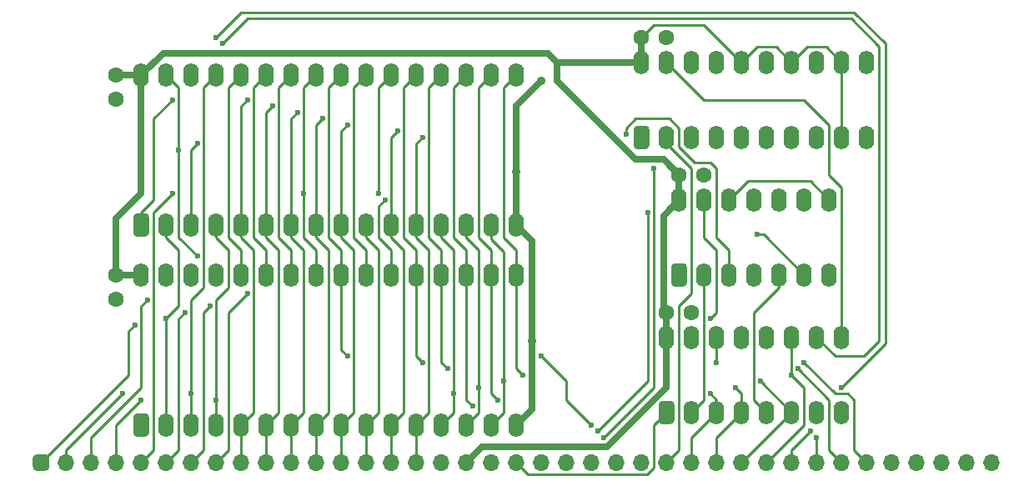
<source format=gbr>
%TF.GenerationSoftware,KiCad,Pcbnew,(5.1.9)-1*%
%TF.CreationDate,2021-02-14T12:44:59-08:00*%
%TF.ProjectId,rc-640k,72632d36-3430-46b2-9e6b-696361645f70,rev?*%
%TF.SameCoordinates,PX9157080PY9071968*%
%TF.FileFunction,Copper,L1,Top*%
%TF.FilePolarity,Positive*%
%FSLAX46Y46*%
G04 Gerber Fmt 4.6, Leading zero omitted, Abs format (unit mm)*
G04 Created by KiCad (PCBNEW (5.1.9)-1) date 2021-02-14 12:44:59*
%MOMM*%
%LPD*%
G01*
G04 APERTURE LIST*
%TA.AperFunction,ComponentPad*%
%ADD10O,1.700000X1.700000*%
%TD*%
%TA.AperFunction,ComponentPad*%
%ADD11O,1.600000X2.400000*%
%TD*%
%TA.AperFunction,ComponentPad*%
%ADD12C,1.600000*%
%TD*%
%TA.AperFunction,ViaPad*%
%ADD13C,0.900000*%
%TD*%
%TA.AperFunction,ViaPad*%
%ADD14C,0.600000*%
%TD*%
%TA.AperFunction,Conductor*%
%ADD15C,0.635000*%
%TD*%
%TA.AperFunction,Conductor*%
%ADD16C,0.254000*%
%TD*%
%TA.AperFunction,Conductor*%
%ADD17C,0.200000*%
%TD*%
G04 APERTURE END LIST*
D10*
%TO.P,J1,39*%
%TO.N,Net-(J1-Pad39)*%
X97790000Y1600200D03*
%TO.P,J1,38*%
%TO.N,Net-(J1-Pad38)*%
X95250000Y1600200D03*
%TO.P,J1,37*%
%TO.N,Net-(J1-Pad37)*%
X92710000Y1600200D03*
%TO.P,J1,36*%
%TO.N,Net-(J1-Pad36)*%
X90170000Y1600200D03*
%TO.P,J1,35*%
%TO.N,Net-(J1-Pad35)*%
X87630000Y1600200D03*
%TO.P,J1,34*%
%TO.N,D7*%
X85090000Y1600200D03*
%TO.P,J1,33*%
%TO.N,D6*%
X82550000Y1600200D03*
%TO.P,J1,32*%
%TO.N,D5*%
X80010000Y1600200D03*
%TO.P,J1,31*%
%TO.N,D4*%
X77470000Y1600200D03*
%TO.P,J1,30*%
%TO.N,D3*%
X74930000Y1600200D03*
%TO.P,J1,29*%
%TO.N,D2*%
X72390000Y1600200D03*
%TO.P,J1,28*%
%TO.N,D1*%
X69850000Y1600200D03*
%TO.P,J1,27*%
%TO.N,D0*%
X67310000Y1600200D03*
%TO.P,J1,26*%
%TO.N,~IOREQ*%
X64770000Y1600200D03*
%TO.P,J1,25*%
%TO.N,~RD*%
X62230000Y1600200D03*
%TO.P,J1,24*%
%TO.N,~WR*%
X59690000Y1600200D03*
%TO.P,J1,23*%
%TO.N,~MREQ*%
X57150000Y1600200D03*
%TO.P,J1,22*%
%TO.N,Net-(J1-Pad22)*%
X54610000Y1600200D03*
%TO.P,J1,21*%
%TO.N,Net-(J1-Pad21)*%
X52070000Y1600200D03*
%TO.P,J1,20*%
%TO.N,~RESET*%
X49530000Y1600200D03*
%TO.P,J1,19*%
%TO.N,Net-(J1-Pad19)*%
X46990000Y1600200D03*
%TO.P,J1,18*%
%TO.N,+5V*%
X44450000Y1600200D03*
%TO.P,J1,17*%
%TO.N,GND*%
X41910000Y1600200D03*
%TO.P,J1,16*%
%TO.N,A0*%
X39370000Y1600200D03*
%TO.P,J1,15*%
%TO.N,A1*%
X36830000Y1600200D03*
%TO.P,J1,14*%
%TO.N,A2*%
X34290000Y1600200D03*
%TO.P,J1,13*%
%TO.N,A3*%
X31750000Y1600200D03*
%TO.P,J1,12*%
%TO.N,A4*%
X29210000Y1600200D03*
%TO.P,J1,11*%
%TO.N,A5*%
X26670000Y1600200D03*
%TO.P,J1,10*%
%TO.N,A6*%
X24130000Y1600200D03*
%TO.P,J1,9*%
%TO.N,A7*%
X21590000Y1600200D03*
%TO.P,J1,8*%
%TO.N,A8*%
X19050000Y1600200D03*
%TO.P,J1,7*%
%TO.N,A9*%
X16510000Y1600200D03*
%TO.P,J1,6*%
%TO.N,A10*%
X13970000Y1600200D03*
%TO.P,J1,5*%
%TO.N,A11*%
X11430000Y1600200D03*
%TO.P,J1,4*%
%TO.N,A12*%
X8890000Y1600200D03*
%TO.P,J1,3*%
%TO.N,A13*%
X6350000Y1600200D03*
%TO.P,J1,2*%
%TO.N,A14*%
X3810000Y1600200D03*
%TO.P,J1,1*%
%TO.N,A15*%
%TA.AperFunction,ComponentPad*%
G36*
G01*
X1695000Y750200D02*
X845000Y750200D01*
G75*
G02*
X420000Y1175200I0J425000D01*
G01*
X420000Y2025200D01*
G75*
G02*
X845000Y2450200I425000J0D01*
G01*
X1695000Y2450200D01*
G75*
G02*
X2120000Y2025200I0J-425000D01*
G01*
X2120000Y1175200D01*
G75*
G02*
X1695000Y750200I-425000J0D01*
G01*
G37*
%TD.AperFunction*%
%TD*%
D11*
%TO.P,U5,14*%
%TO.N,+5V*%
X66040000Y28270200D03*
%TO.P,U5,7*%
%TO.N,GND*%
X81280000Y20650200D03*
%TO.P,U5,13*%
%TO.N,/~ROM_EN*%
X68580000Y28270200D03*
%TO.P,U5,6*%
%TO.N,MEM_A16*%
X78740000Y20650200D03*
%TO.P,U5,12*%
%TO.N,/~LMREQ*%
X71120000Y28270200D03*
%TO.P,U5,5*%
%TO.N,/MEM_A16'*%
X76200000Y20650200D03*
%TO.P,U5,11*%
%TO.N,~ROM_CS*%
X73660000Y28270200D03*
%TO.P,U5,4*%
%TO.N,A15*%
X73660000Y20650200D03*
%TO.P,U5,10*%
%TO.N,~MREQ*%
X76200000Y28270200D03*
%TO.P,U5,3*%
%TO.N,MEM_A15*%
X71120000Y20650200D03*
%TO.P,U5,9*%
%TO.N,A15*%
X78740000Y28270200D03*
%TO.P,U5,2*%
%TO.N,/MEM_A15'*%
X68580000Y20650200D03*
%TO.P,U5,8*%
%TO.N,/~LMREQ*%
X81280000Y28270200D03*
%TO.P,U5,1*%
%TO.N,A15*%
%TA.AperFunction,ComponentPad*%
G36*
G01*
X66440000Y19450200D02*
X65640000Y19450200D01*
G75*
G02*
X65240000Y19850200I0J400000D01*
G01*
X65240000Y21450200D01*
G75*
G02*
X65640000Y21850200I400000J0D01*
G01*
X66440000Y21850200D01*
G75*
G02*
X66840000Y21450200I0J-400000D01*
G01*
X66840000Y19850200D01*
G75*
G02*
X66440000Y19450200I-400000J0D01*
G01*
G37*
%TD.AperFunction*%
%TD*%
%TO.P,U1,32*%
%TO.N,+5V*%
X11430000Y40970200D03*
%TO.P,U1,16*%
%TO.N,GND*%
X49530000Y25730200D03*
%TO.P,U1,31*%
%TO.N,~WR*%
X13970000Y40970200D03*
%TO.P,U1,15*%
%TO.N,D2*%
X46990000Y25730200D03*
%TO.P,U1,30*%
%TO.N,MEM_A17*%
X16510000Y40970200D03*
%TO.P,U1,14*%
%TO.N,D1*%
X44450000Y25730200D03*
%TO.P,U1,29*%
%TO.N,A14*%
X19050000Y40970200D03*
%TO.P,U1,13*%
%TO.N,D0*%
X41910000Y25730200D03*
%TO.P,U1,28*%
%TO.N,A13*%
X21590000Y40970200D03*
%TO.P,U1,12*%
%TO.N,A0*%
X39370000Y25730200D03*
%TO.P,U1,27*%
%TO.N,A8*%
X24130000Y40970200D03*
%TO.P,U1,11*%
%TO.N,A1*%
X36830000Y25730200D03*
%TO.P,U1,26*%
%TO.N,A9*%
X26670000Y40970200D03*
%TO.P,U1,10*%
%TO.N,A2*%
X34290000Y25730200D03*
%TO.P,U1,25*%
%TO.N,A11*%
X29210000Y40970200D03*
%TO.P,U1,9*%
%TO.N,A3*%
X31750000Y25730200D03*
%TO.P,U1,24*%
%TO.N,~RD*%
X31750000Y40970200D03*
%TO.P,U1,8*%
%TO.N,A4*%
X29210000Y25730200D03*
%TO.P,U1,23*%
%TO.N,A10*%
X34290000Y40970200D03*
%TO.P,U1,7*%
%TO.N,A5*%
X26670000Y25730200D03*
%TO.P,U1,22*%
%TO.N,~ROM_CS*%
X36830000Y40970200D03*
%TO.P,U1,6*%
%TO.N,A6*%
X24130000Y25730200D03*
%TO.P,U1,21*%
%TO.N,D7*%
X39370000Y40970200D03*
%TO.P,U1,5*%
%TO.N,A7*%
X21590000Y25730200D03*
%TO.P,U1,20*%
%TO.N,D6*%
X41910000Y40970200D03*
%TO.P,U1,4*%
%TO.N,A12*%
X19050000Y25730200D03*
%TO.P,U1,19*%
%TO.N,D5*%
X44450000Y40970200D03*
%TO.P,U1,3*%
%TO.N,MEM_A15*%
X16510000Y25730200D03*
%TO.P,U1,18*%
%TO.N,D4*%
X46990000Y40970200D03*
%TO.P,U1,2*%
%TO.N,MEM_A16*%
X13970000Y25730200D03*
%TO.P,U1,17*%
%TO.N,D3*%
X49530000Y40970200D03*
%TO.P,U1,1*%
%TO.N,MEM_A18*%
%TA.AperFunction,ComponentPad*%
G36*
G01*
X11830000Y24530200D02*
X11030000Y24530200D01*
G75*
G02*
X10630000Y24930200I0J400000D01*
G01*
X10630000Y26530200D01*
G75*
G02*
X11030000Y26930200I400000J0D01*
G01*
X11830000Y26930200D01*
G75*
G02*
X12230000Y26530200I0J-400000D01*
G01*
X12230000Y24930200D01*
G75*
G02*
X11830000Y24530200I-400000J0D01*
G01*
G37*
%TD.AperFunction*%
%TD*%
%TO.P,U4,16*%
%TO.N,+5V*%
X64770000Y14300200D03*
%TO.P,U4,8*%
%TO.N,GND*%
X82550000Y6680200D03*
%TO.P,U4,15*%
%TO.N,/~ROM_EN*%
X67310000Y14300200D03*
%TO.P,U4,7*%
%TO.N,MEM_A17*%
X80010000Y6680200D03*
%TO.P,U4,14*%
%TO.N,D7*%
X69850000Y14300200D03*
%TO.P,U4,6*%
%TO.N,D2*%
X77470000Y6680200D03*
%TO.P,U4,13*%
%TO.N,GND*%
X72390000Y14300200D03*
%TO.P,U4,5*%
%TO.N,/MEM_A16'*%
X74930000Y6680200D03*
%TO.P,U4,12*%
%TO.N,Net-(U4-Pad12)*%
X74930000Y14300200D03*
%TO.P,U4,4*%
%TO.N,D1*%
X72390000Y6680200D03*
%TO.P,U4,11*%
%TO.N,D3*%
X77470000Y14300200D03*
%TO.P,U4,3*%
%TO.N,D0*%
X69850000Y6680200D03*
%TO.P,U4,10*%
%TO.N,MEM_A18*%
X80010000Y14300200D03*
%TO.P,U4,2*%
%TO.N,/MEM_A15'*%
X67310000Y6680200D03*
%TO.P,U4,9*%
%TO.N,/~CFG_CS*%
X82550000Y14300200D03*
%TO.P,U4,1*%
%TO.N,~RESET*%
%TA.AperFunction,ComponentPad*%
G36*
G01*
X65170000Y5480200D02*
X64370000Y5480200D01*
G75*
G02*
X63970000Y5880200I0J400000D01*
G01*
X63970000Y7480200D01*
G75*
G02*
X64370000Y7880200I400000J0D01*
G01*
X65170000Y7880200D01*
G75*
G02*
X65570000Y7480200I0J-400000D01*
G01*
X65570000Y5880200D01*
G75*
G02*
X65170000Y5480200I-400000J0D01*
G01*
G37*
%TD.AperFunction*%
%TD*%
%TO.P,U3,20*%
%TO.N,+5V*%
X62230000Y42240200D03*
%TO.P,U3,10*%
%TO.N,GND*%
X85090000Y34620200D03*
%TO.P,U3,19*%
%TO.N,/~CFG_CS*%
X64770000Y42240200D03*
%TO.P,U3,9*%
%TO.N,+5V*%
X82550000Y34620200D03*
%TO.P,U3,18*%
%TO.N,GND*%
X67310000Y42240200D03*
%TO.P,U3,8*%
%TO.N,A3*%
X80010000Y34620200D03*
%TO.P,U3,17*%
%TO.N,A7*%
X69850000Y42240200D03*
%TO.P,U3,7*%
%TO.N,GND*%
X77470000Y34620200D03*
%TO.P,U3,16*%
%TO.N,+5V*%
X72390000Y42240200D03*
%TO.P,U3,6*%
%TO.N,A1*%
X74930000Y34620200D03*
%TO.P,U3,15*%
%TO.N,A6*%
X74930000Y42240200D03*
%TO.P,U3,5*%
%TO.N,GND*%
X72390000Y34620200D03*
%TO.P,U3,14*%
%TO.N,+5V*%
X77470000Y42240200D03*
%TO.P,U3,4*%
%TO.N,A0*%
X69850000Y34620200D03*
%TO.P,U3,13*%
%TO.N,A5*%
X80010000Y42240200D03*
%TO.P,U3,3*%
%TO.N,GND*%
X67310000Y34620200D03*
%TO.P,U3,12*%
%TO.N,+5V*%
X82550000Y42240200D03*
%TO.P,U3,2*%
%TO.N,~IOREQ*%
X64770000Y34620200D03*
%TO.P,U3,11*%
%TO.N,A4*%
X85090000Y42240200D03*
%TO.P,U3,1*%
%TO.N,~WR*%
%TA.AperFunction,ComponentPad*%
G36*
G01*
X62630000Y33420200D02*
X61830000Y33420200D01*
G75*
G02*
X61430000Y33820200I0J400000D01*
G01*
X61430000Y35420200D01*
G75*
G02*
X61830000Y35820200I400000J0D01*
G01*
X62630000Y35820200D01*
G75*
G02*
X63030000Y35420200I0J-400000D01*
G01*
X63030000Y33820200D01*
G75*
G02*
X62630000Y33420200I-400000J0D01*
G01*
G37*
%TD.AperFunction*%
%TD*%
%TO.P,U2,32*%
%TO.N,+5V*%
X11430000Y20650200D03*
%TO.P,U2,16*%
%TO.N,GND*%
X49530000Y5410200D03*
%TO.P,U2,31*%
%TO.N,MEM_A15*%
X13970000Y20650200D03*
%TO.P,U2,15*%
%TO.N,D2*%
X46990000Y5410200D03*
%TO.P,U2,30*%
%TO.N,~ROM_CS*%
X16510000Y20650200D03*
%TO.P,U2,14*%
%TO.N,D1*%
X44450000Y5410200D03*
%TO.P,U2,29*%
%TO.N,~WR*%
X19050000Y20650200D03*
%TO.P,U2,13*%
%TO.N,D0*%
X41910000Y5410200D03*
%TO.P,U2,28*%
%TO.N,A13*%
X21590000Y20650200D03*
%TO.P,U2,12*%
%TO.N,A0*%
X39370000Y5410200D03*
%TO.P,U2,27*%
%TO.N,A8*%
X24130000Y20650200D03*
%TO.P,U2,11*%
%TO.N,A1*%
X36830000Y5410200D03*
%TO.P,U2,26*%
%TO.N,A9*%
X26670000Y20650200D03*
%TO.P,U2,10*%
%TO.N,A2*%
X34290000Y5410200D03*
%TO.P,U2,25*%
%TO.N,A11*%
X29210000Y20650200D03*
%TO.P,U2,9*%
%TO.N,A3*%
X31750000Y5410200D03*
%TO.P,U2,24*%
%TO.N,~RD*%
X31750000Y20650200D03*
%TO.P,U2,8*%
%TO.N,A4*%
X29210000Y5410200D03*
%TO.P,U2,23*%
%TO.N,A10*%
X34290000Y20650200D03*
%TO.P,U2,7*%
%TO.N,A5*%
X26670000Y5410200D03*
%TO.P,U2,22*%
%TO.N,~MREQ*%
X36830000Y20650200D03*
%TO.P,U2,6*%
%TO.N,A6*%
X24130000Y5410200D03*
%TO.P,U2,21*%
%TO.N,D7*%
X39370000Y20650200D03*
%TO.P,U2,5*%
%TO.N,A7*%
X21590000Y5410200D03*
%TO.P,U2,20*%
%TO.N,D6*%
X41910000Y20650200D03*
%TO.P,U2,4*%
%TO.N,A12*%
X19050000Y5410200D03*
%TO.P,U2,19*%
%TO.N,D5*%
X44450000Y20650200D03*
%TO.P,U2,3*%
%TO.N,A14*%
X16510000Y5410200D03*
%TO.P,U2,18*%
%TO.N,D4*%
X46990000Y20650200D03*
%TO.P,U2,2*%
%TO.N,MEM_A16*%
X13970000Y5410200D03*
%TO.P,U2,17*%
%TO.N,D3*%
X49530000Y20650200D03*
%TO.P,U2,1*%
%TO.N,Net-(U2-Pad1)*%
%TA.AperFunction,ComponentPad*%
G36*
G01*
X11830000Y4210200D02*
X11030000Y4210200D01*
G75*
G02*
X10630000Y4610200I0J400000D01*
G01*
X10630000Y6210200D01*
G75*
G02*
X11030000Y6610200I400000J0D01*
G01*
X11830000Y6610200D01*
G75*
G02*
X12230000Y6210200I0J-400000D01*
G01*
X12230000Y4610200D01*
G75*
G02*
X11830000Y4210200I-400000J0D01*
G01*
G37*
%TD.AperFunction*%
%TD*%
D12*
%TO.P,C5,2*%
%TO.N,+5V*%
X66040000Y30810200D03*
%TO.P,C5,1*%
%TO.N,GND*%
X68540000Y30810200D03*
%TD*%
%TO.P,C4,2*%
%TO.N,+5V*%
X64770000Y16840200D03*
%TO.P,C4,1*%
%TO.N,GND*%
X67270000Y16840200D03*
%TD*%
%TO.P,C3,2*%
%TO.N,+5V*%
X62230000Y44780200D03*
%TO.P,C3,1*%
%TO.N,GND*%
X64730000Y44780200D03*
%TD*%
%TO.P,C2,2*%
%TO.N,GND*%
X8890000Y18150200D03*
%TO.P,C2,1*%
%TO.N,+5V*%
X8890000Y20650200D03*
%TD*%
%TO.P,C1,2*%
%TO.N,GND*%
X8890000Y38470200D03*
%TO.P,C1,1*%
%TO.N,+5V*%
X8890000Y40970200D03*
%TD*%
D13*
%TO.N,GND*%
X52070000Y40335200D03*
X49530000Y31127706D03*
X51117500Y13982700D03*
D14*
%TO.N,D7*%
X78740000Y11760200D03*
X40005000Y11760200D03*
X69850000Y11760200D03*
%TO.N,D6*%
X78105000Y11125200D03*
X42545000Y11125200D03*
%TO.N,D5*%
X80010000Y4140200D03*
X45085000Y7315200D03*
%TO.N,D4*%
X79375000Y4775200D03*
X47625000Y7950200D03*
%TO.N,D3*%
X50165000Y10490200D03*
X77470000Y10490200D03*
%TO.N,D2*%
X48260000Y9855200D03*
X74295000Y9855200D03*
%TO.N,D1*%
X71755000Y9220200D03*
X45720000Y9220200D03*
%TO.N,D0*%
X43180000Y8585200D03*
X69215000Y8585200D03*
%TO.N,~RD*%
X57150000Y5410200D03*
X32385000Y12395200D03*
X52070000Y12395200D03*
%TO.N,~WR*%
X58420000Y4140200D03*
X63500000Y31445200D03*
X15240000Y33350200D03*
X17145000Y22555200D03*
%TO.N,A0*%
X40005000Y34620200D03*
%TO.N,A1*%
X37465000Y35255200D03*
%TO.N,A3*%
X32385000Y35890200D03*
%TO.N,A4*%
X29845000Y36525200D03*
%TO.N,A5*%
X27305000Y37160200D03*
%TO.N,A6*%
X24765000Y37795200D03*
%TO.N,A7*%
X22225000Y38430200D03*
%TO.N,~MREQ*%
X36195000Y28270200D03*
X62865000Y27000200D03*
X57785000Y4775200D03*
%TO.N,A8*%
X22225000Y18745200D03*
%TO.N,A9*%
X18415000Y17475200D03*
%TO.N,A10*%
X15875000Y16840200D03*
%TO.N,A11*%
X27940000Y28905200D03*
X14605000Y28905200D03*
%TO.N,A12*%
X11430000Y7950200D03*
X19050000Y7950200D03*
%TO.N,A13*%
X12065000Y18110200D03*
%TO.N,A14*%
X16510000Y8585200D03*
X9525000Y8585198D03*
%TO.N,A15*%
X10795000Y15570200D03*
%TO.N,MEM_A17*%
X19050000Y44780200D03*
X82550000Y9220200D03*
%TO.N,~ROM_CS*%
X35560000Y28905200D03*
%TO.N,MEM_A15*%
X17145000Y33985200D03*
X60642500Y34937700D03*
%TO.N,MEM_A16*%
X73977500Y24777700D03*
X13970000Y16205200D03*
%TO.N,MEM_A18*%
X19685000Y44145200D03*
X14605000Y38430200D03*
%TO.N,/~ROM_EN*%
X69215000Y16205200D03*
%TD*%
D15*
%TO.N,GND*%
X49530000Y37795200D02*
X49530000Y31127706D01*
X49530000Y25730200D02*
X49530000Y31127706D01*
X52070000Y40335200D02*
X49530000Y37795200D01*
X51117500Y6997700D02*
X51117500Y13982700D01*
X51117500Y24142700D02*
X51117500Y13982700D01*
X49530000Y5410200D02*
X51117500Y6997700D01*
X49530000Y25730200D02*
X51117500Y24142700D01*
D16*
%TO.N,D7*%
X39370000Y20650200D02*
X39370000Y23190200D01*
X39370000Y23190200D02*
X38100000Y24460200D01*
X38100000Y39700200D02*
X39370000Y40970200D01*
X38100000Y24460200D02*
X38100000Y39700200D01*
X40005000Y11760200D02*
X39370000Y12395200D01*
X39370000Y12395200D02*
X39370000Y20650200D01*
X81915000Y8585200D02*
X78740000Y11760200D01*
X83185000Y8585200D02*
X81915000Y8585200D01*
X83820000Y2870200D02*
X83820000Y7950200D01*
X83820000Y7950200D02*
X83185000Y8585200D01*
X85090000Y1600200D02*
X83820000Y2870200D01*
X69850000Y14300200D02*
X69850000Y11760200D01*
%TO.N,D6*%
X41910000Y20650200D02*
X41910000Y23190200D01*
X41910000Y23190200D02*
X40640000Y24460200D01*
X40640000Y39700200D02*
X41910000Y40970200D01*
X40640000Y24460200D02*
X40640000Y39700200D01*
X82550000Y1600200D02*
X81280000Y2870200D01*
X81280000Y7950200D02*
X78105000Y11125200D01*
X81280000Y2870200D02*
X81280000Y7950200D01*
X42545000Y11125200D02*
X41910000Y11760200D01*
X41910000Y11760200D02*
X41910000Y20650200D01*
%TO.N,D5*%
X44450000Y20650200D02*
X44450000Y23190200D01*
X44450000Y23190200D02*
X43180000Y24460200D01*
X43180000Y39700200D02*
X44450000Y40970200D01*
X43180000Y24460200D02*
X43180000Y39700200D01*
X80010000Y1600200D02*
X80010000Y4140200D01*
X45085000Y7315200D02*
X44450000Y7950200D01*
X44450000Y7950200D02*
X44450000Y20650200D01*
%TO.N,D4*%
X46990000Y20650200D02*
X46990000Y23190200D01*
X46990000Y23190200D02*
X45720000Y24460200D01*
X45720000Y39700200D02*
X46990000Y40970200D01*
X45720000Y24460200D02*
X45720000Y39700200D01*
X77470000Y2870200D02*
X79375000Y4775200D01*
X77470000Y1600200D02*
X77470000Y2870200D01*
X47625000Y7950200D02*
X46990000Y8585200D01*
X46990000Y8585200D02*
X46990000Y20650200D01*
%TO.N,D3*%
X49530000Y20650200D02*
X49530000Y23190200D01*
X49530000Y23190200D02*
X48260000Y24460200D01*
X48260000Y39700200D02*
X49530000Y40970200D01*
X48260000Y24460200D02*
X48260000Y39700200D01*
X49530000Y11125200D02*
X49530000Y20650200D01*
X50165000Y10490200D02*
X49530000Y11125200D01*
X78740000Y9220200D02*
X77470000Y10490200D01*
X77470000Y14300200D02*
X77470000Y10490200D01*
X74930000Y1600200D02*
X78740000Y5410200D01*
X78740000Y5410200D02*
X78740000Y9220200D01*
%TO.N,D2*%
X75565000Y4775200D02*
X77470000Y6680200D01*
X72390000Y1600200D02*
X75565000Y4775200D01*
X46990000Y24276200D02*
X48260000Y23006200D01*
X46990000Y25730200D02*
X46990000Y24276200D01*
X46990000Y5410200D02*
X48260000Y6680200D01*
X48260000Y6680200D02*
X48260000Y7950200D01*
X48260000Y9855200D02*
X48260000Y7950200D01*
X48260000Y23006200D02*
X48260000Y9855200D01*
X77470000Y6680200D02*
X74295000Y9855200D01*
%TO.N,D1*%
X69850000Y4140200D02*
X72390000Y6680200D01*
X69850000Y1600200D02*
X69850000Y4140200D01*
X44450000Y24460200D02*
X44450000Y25730200D01*
X45720000Y6680200D02*
X45720000Y7315200D01*
X45720000Y23190200D02*
X44450000Y24460200D01*
X44450000Y5410200D02*
X45720000Y6680200D01*
X72390000Y8585200D02*
X71755000Y9220200D01*
X72390000Y6680200D02*
X72390000Y8585200D01*
X45720000Y9220200D02*
X45720000Y23190200D01*
X45720000Y7315200D02*
X45720000Y9220200D01*
%TO.N,D0*%
X67310000Y4140200D02*
X69850000Y6680200D01*
X67310000Y1600200D02*
X67310000Y4140200D01*
X41910000Y24460200D02*
X41910000Y25730200D01*
X43180000Y23190200D02*
X41910000Y24460200D01*
X43180000Y6680200D02*
X43180000Y8585200D01*
X41910000Y5410200D02*
X43180000Y6680200D01*
X43180000Y8585200D02*
X43180000Y23190200D01*
X69850000Y7950200D02*
X69850000Y6680200D01*
X69215000Y8585200D02*
X69850000Y7950200D01*
%TO.N,~IOREQ*%
X64770000Y33985200D02*
X64770000Y34620200D01*
X67310000Y31445200D02*
X64770000Y33985200D01*
X66040000Y17475200D02*
X67310000Y18745200D01*
X66040000Y2870200D02*
X66040000Y17475200D01*
X67310000Y18745200D02*
X67310000Y31445200D01*
X64770000Y1600200D02*
X66040000Y2870200D01*
%TO.N,~RD*%
X31750000Y20650200D02*
X31750000Y23190200D01*
X31750000Y23190200D02*
X30480000Y24460200D01*
X30480000Y39700200D02*
X31750000Y40970200D01*
X30480000Y24460200D02*
X30480000Y39700200D01*
X32385000Y12395200D02*
X31750000Y13030200D01*
X31750000Y13030200D02*
X31750000Y20650200D01*
X54610000Y9855200D02*
X52070000Y12395200D01*
X54610000Y7950200D02*
X54610000Y9855200D01*
X57150000Y5410200D02*
X54610000Y7950200D01*
%TO.N,~WR*%
X63500000Y9220200D02*
X58420000Y4140200D01*
X63500000Y31445200D02*
X63500000Y9220200D01*
X15240000Y39700200D02*
X15240000Y33350200D01*
X13970000Y40970200D02*
X15240000Y39700200D01*
X15240000Y24460200D02*
X15240000Y33350200D01*
X17145000Y22555200D02*
X15240000Y24460200D01*
%TO.N,~RESET*%
X62809810Y402010D02*
X50728190Y402010D01*
X63500000Y1092200D02*
X62809810Y402010D01*
X63500000Y5410200D02*
X63500000Y1092200D01*
X50728190Y402010D02*
X49530000Y1600200D01*
X64770000Y6680200D02*
X63500000Y5410200D01*
D15*
%TO.N,+5V*%
X8890000Y40970200D02*
X11430000Y40970200D01*
X8890000Y20650200D02*
X11430000Y20650200D01*
X8890000Y26365200D02*
X8890000Y20650200D01*
X11430000Y28905200D02*
X8890000Y26365200D01*
X11430000Y40970200D02*
X11430000Y28905200D01*
X66040000Y28270200D02*
X66040000Y30810200D01*
X62230000Y42240200D02*
X62230000Y44780200D01*
X64770000Y14300200D02*
X64770000Y16840200D01*
X64770000Y9220200D02*
X64770000Y14300200D01*
X58737500Y3187700D02*
X64770000Y9220200D01*
X46037500Y3187700D02*
X58737500Y3187700D01*
X44450000Y1600200D02*
X46037500Y3187700D01*
X64452500Y26682700D02*
X66040000Y28270200D01*
X64452500Y17157700D02*
X64452500Y26682700D01*
X64770000Y16840200D02*
X64452500Y17157700D01*
D16*
X72390000Y42240200D02*
X68580000Y46050200D01*
X63500000Y46050200D02*
X62230000Y44780200D01*
X68580000Y46050200D02*
X63500000Y46050200D01*
D15*
X61595000Y32397700D02*
X64452500Y32397700D01*
X64452500Y32397700D02*
X66040000Y30810200D01*
X53657500Y40335200D02*
X53657500Y42240200D01*
X61595000Y32397700D02*
X53657500Y40335200D01*
X53657500Y42240200D02*
X62230000Y42240200D01*
X52705000Y43192700D02*
X53657500Y42240200D01*
X13652500Y43192700D02*
X52705000Y43192700D01*
X11430000Y40970200D02*
X13652500Y43192700D01*
D16*
X75882500Y43827700D02*
X77470000Y42240200D01*
X73977500Y43827700D02*
X75882500Y43827700D01*
X72390000Y42240200D02*
X73977500Y43827700D01*
X82550000Y34620200D02*
X82550000Y42240200D01*
X77470000Y42240200D02*
X79057500Y43827700D01*
X80962500Y43827700D02*
X82550000Y42240200D01*
X79057500Y43827700D02*
X80962500Y43827700D01*
D17*
%TO.N,A0*%
X39370000Y1600200D02*
X38799498Y1600200D01*
D16*
X39370000Y1600200D02*
X39370000Y5410200D01*
X39370000Y24460200D02*
X39370000Y25730200D01*
X40640000Y23190200D02*
X39370000Y24460200D01*
X40640000Y6680200D02*
X40640000Y23190200D01*
X39370000Y5410200D02*
X40640000Y6680200D01*
X40005000Y34620200D02*
X39370000Y33985200D01*
X39370000Y33985200D02*
X39370000Y25730200D01*
%TO.N,A1*%
X36830000Y1600200D02*
X36830000Y5410200D01*
X36830000Y24460200D02*
X36830000Y25730200D01*
X38100000Y23190200D02*
X36830000Y24460200D01*
X38100000Y6680200D02*
X38100000Y23190200D01*
X36830000Y5410200D02*
X38100000Y6680200D01*
X37465000Y35255200D02*
X36830000Y34620200D01*
X36830000Y34620200D02*
X36830000Y25730200D01*
%TO.N,A2*%
X34290000Y1600200D02*
X34290000Y5410200D01*
X34290000Y24460200D02*
X34290000Y25730200D01*
X35560000Y23190200D02*
X34290000Y24460200D01*
X35560000Y6680200D02*
X35560000Y23190200D01*
X34290000Y5410200D02*
X35560000Y6680200D01*
%TO.N,A3*%
X31750000Y1600200D02*
X31750000Y5410200D01*
X31750000Y24460200D02*
X31750000Y25730200D01*
X33020000Y6680200D02*
X33020000Y23190200D01*
X33020000Y23190200D02*
X31750000Y24460200D01*
X31750000Y5410200D02*
X33020000Y6680200D01*
X32385000Y35890200D02*
X31750000Y35255200D01*
X31750000Y35255200D02*
X31750000Y25730200D01*
%TO.N,A4*%
X29210000Y1600200D02*
X29210000Y5410200D01*
X29210000Y24460200D02*
X29210000Y25730200D01*
X30480000Y23190200D02*
X29210000Y24460200D01*
X30480000Y6680200D02*
X30480000Y23190200D01*
X29210000Y5410200D02*
X30480000Y6680200D01*
X29845000Y36525200D02*
X29210000Y35890200D01*
X29210000Y35890200D02*
X29210000Y25730200D01*
%TO.N,A5*%
X26670000Y1600200D02*
X26670000Y5410200D01*
X26670000Y24460200D02*
X26670000Y25730200D01*
X27940000Y23190200D02*
X26670000Y24460200D01*
X27940000Y6680200D02*
X27940000Y23190200D01*
X26670000Y5410200D02*
X27940000Y6680200D01*
X27305000Y37160200D02*
X26670000Y36525200D01*
X26670000Y36525200D02*
X26670000Y25730200D01*
%TO.N,A6*%
X24130000Y1600200D02*
X24130000Y5410200D01*
X24130000Y24460200D02*
X24130000Y25730200D01*
X25400000Y23190200D02*
X24130000Y24460200D01*
X25400000Y6680200D02*
X25400000Y23190200D01*
X24130000Y5410200D02*
X25400000Y6680200D01*
X24765000Y37795200D02*
X24130000Y37160200D01*
X24130000Y37160200D02*
X24130000Y25730200D01*
%TO.N,A7*%
X21590000Y1600200D02*
X21590000Y5410200D01*
X21590000Y24460200D02*
X21590000Y25730200D01*
X22860000Y23190200D02*
X21590000Y24460200D01*
X22860000Y6680200D02*
X22860000Y23190200D01*
X21590000Y5410200D02*
X22860000Y6680200D01*
X22225000Y38430200D02*
X21590000Y37795200D01*
X21590000Y37795200D02*
X21590000Y25730200D01*
%TO.N,~MREQ*%
X36195000Y28270200D02*
X35560000Y27635200D01*
X35560000Y27635200D02*
X35560000Y24460200D01*
X35560000Y24460200D02*
X36830000Y23190200D01*
X36830000Y23190200D02*
X36830000Y20650200D01*
X62865000Y9855200D02*
X57785000Y4775200D01*
X62865000Y27000200D02*
X62865000Y9855200D01*
%TO.N,A8*%
X19050000Y1600200D02*
X20320000Y2870200D01*
X20320000Y16840200D02*
X22225000Y18745200D01*
X20320000Y2870200D02*
X20320000Y16840200D01*
X24130000Y20650200D02*
X24130000Y23190200D01*
X24130000Y23190200D02*
X22860000Y24460200D01*
X22860000Y39700200D02*
X24130000Y40970200D01*
X22860000Y24460200D02*
X22860000Y39700200D01*
%TO.N,A9*%
X26670000Y20650200D02*
X26670000Y23190200D01*
X26670000Y23190200D02*
X25400000Y24460200D01*
X25400000Y39700200D02*
X26670000Y40970200D01*
X25400000Y24460200D02*
X25400000Y39700200D01*
X17780000Y16840200D02*
X18415000Y17475200D01*
X17780000Y2870200D02*
X17780000Y16840200D01*
X16510000Y1600200D02*
X17780000Y2870200D01*
%TO.N,A10*%
X34290000Y20650200D02*
X34290000Y23190200D01*
X34290000Y23190200D02*
X33020000Y24460200D01*
X33020000Y39700200D02*
X34290000Y40970200D01*
X33020000Y24460200D02*
X33020000Y39700200D01*
X15240000Y16205200D02*
X15875000Y16840200D01*
X15240000Y2870200D02*
X15240000Y16205200D01*
X13970000Y1600200D02*
X15240000Y2870200D01*
%TO.N,A11*%
X11430000Y1600200D02*
X11430000Y965200D01*
X29210000Y40970200D02*
X27940000Y39700200D01*
X29210000Y20650200D02*
X29210000Y23190200D01*
X27940000Y39700200D02*
X27940000Y28905200D01*
X29210000Y23190200D02*
X27940000Y24460200D01*
X27940000Y24460200D02*
X27940000Y28905200D01*
X12700000Y27000200D02*
X14605000Y28905200D01*
X12700000Y2870200D02*
X12700000Y27000200D01*
X11430000Y1600200D02*
X12700000Y2870200D01*
%TO.N,A12*%
X19050000Y18110200D02*
X20320000Y19380200D01*
X20320000Y19380200D02*
X20320000Y23190200D01*
X20320000Y23190200D02*
X19050000Y24460200D01*
X19050000Y24460200D02*
X19050000Y25730200D01*
X8890000Y5410200D02*
X11430000Y7950200D01*
X8890000Y1600200D02*
X8890000Y5410200D01*
X19050000Y7950200D02*
X19050000Y18110200D01*
X19050000Y5410200D02*
X19050000Y7950200D01*
%TO.N,A13*%
X21590000Y20650200D02*
X21590000Y23190200D01*
X21590000Y23190200D02*
X20320000Y24460200D01*
X20320000Y39700200D02*
X21590000Y40970200D01*
X20320000Y24460200D02*
X20320000Y39700200D01*
X11430000Y17475200D02*
X12065000Y18110200D01*
X11430000Y9220200D02*
X11430000Y17475200D01*
X6350000Y4140200D02*
X11430000Y9220200D01*
X6350000Y1600200D02*
X6350000Y4140200D01*
%TO.N,A14*%
X16510000Y5410200D02*
X16510000Y8585200D01*
X17780000Y19380200D02*
X16510000Y18110200D01*
X19050000Y40970200D02*
X17780000Y39700200D01*
X17780000Y39700200D02*
X17780000Y19380200D01*
X16510000Y18110200D02*
X16510000Y8585200D01*
X3810000Y2870198D02*
X9525000Y8585198D01*
X3810000Y1600200D02*
X3810000Y2870198D01*
%TO.N,A15*%
X10160000Y14935200D02*
X10795000Y15570200D01*
X10160000Y10490200D02*
X10160000Y14935200D01*
X1270000Y1600200D02*
X10160000Y10490200D01*
%TO.N,MEM_A17*%
X19050000Y44780200D02*
X21590000Y47320200D01*
X21590000Y47320200D02*
X83820000Y47320200D01*
X83820000Y47320200D02*
X86995000Y44145200D01*
X86995000Y44145200D02*
X86995000Y13665200D01*
X86995000Y13665200D02*
X82550000Y9220200D01*
%TO.N,~ROM_CS*%
X35560000Y39700200D02*
X35560000Y28905200D01*
X36830000Y40970200D02*
X35560000Y39700200D01*
%TO.N,MEM_A15*%
X17145000Y33985200D02*
X16510000Y33350200D01*
X16510000Y33350200D02*
X16510000Y25730200D01*
X71120000Y20650200D02*
X71120000Y23190200D01*
X66040000Y33667700D02*
X66040000Y35572700D01*
X60642500Y35572700D02*
X60642500Y34937700D01*
X71120000Y23190200D02*
X69850000Y24460200D01*
X69850000Y24460200D02*
X69850000Y31445200D01*
X69850000Y31445200D02*
X69215000Y32080200D01*
X69215000Y32080200D02*
X67627500Y32080200D01*
X67627500Y32080200D02*
X66040000Y33667700D01*
X66040000Y35572700D02*
X65087500Y36525200D01*
X61595000Y36525200D02*
X60642500Y35572700D01*
X65087500Y36525200D02*
X61595000Y36525200D01*
%TO.N,MEM_A16*%
X78740000Y20650200D02*
X74612500Y24777700D01*
X74612500Y24777700D02*
X73977500Y24777700D01*
X13970000Y6864200D02*
X13970000Y16205200D01*
X13970000Y5410200D02*
X13970000Y6864200D01*
X15240000Y17475200D02*
X13970000Y16205200D01*
X15240000Y23190200D02*
X15240000Y17475200D01*
X13970000Y24460200D02*
X15240000Y23190200D01*
X13970000Y25730200D02*
X13970000Y24460200D01*
%TO.N,MEM_A18*%
X81915000Y12395200D02*
X80010000Y14300200D01*
X84772500Y12395200D02*
X81915000Y12395200D01*
X86360000Y13982700D02*
X84772500Y12395200D01*
X86360000Y43827700D02*
X86360000Y13982700D01*
X83502500Y46685200D02*
X86360000Y43827700D01*
X22225000Y46685200D02*
X83502500Y46685200D01*
X19685000Y44145200D02*
X22225000Y46685200D01*
X12700000Y28270200D02*
X12700000Y36525200D01*
X11430000Y27000200D02*
X12700000Y28270200D01*
X12700000Y36525200D02*
X14605000Y38430200D01*
X11430000Y25730200D02*
X11430000Y27000200D01*
%TO.N,/~CFG_CS*%
X68580000Y38430200D02*
X64770000Y42240200D01*
X78740000Y38430200D02*
X68580000Y38430200D01*
X81280000Y35890200D02*
X78740000Y38430200D01*
X81280000Y30810200D02*
X81280000Y35890200D01*
X82550000Y29540200D02*
X81280000Y30810200D01*
X82550000Y14300200D02*
X82550000Y29540200D01*
%TO.N,/~ROM_EN*%
X68580000Y24460200D02*
X68580000Y28270200D01*
X69215000Y16205200D02*
X69850000Y16840200D01*
X69850000Y16840200D02*
X69850000Y23190200D01*
X69850000Y23190200D02*
X68580000Y24460200D01*
%TO.N,/MEM_A16'*%
X76200000Y19380200D02*
X76200000Y20650200D01*
X73660000Y16840200D02*
X76200000Y19380200D01*
X73660000Y7950200D02*
X73660000Y16840200D01*
X74930000Y6680200D02*
X73660000Y7950200D01*
%TO.N,/MEM_A15'*%
X68580000Y7950200D02*
X68580000Y20650200D01*
X67310000Y6680200D02*
X68580000Y7950200D01*
%TO.N,/~LMREQ*%
X71120000Y28270200D02*
X73025000Y30175200D01*
X79375000Y30175200D02*
X81280000Y28270200D01*
X73025000Y30175200D02*
X79375000Y30175200D01*
%TD*%
M02*

</source>
